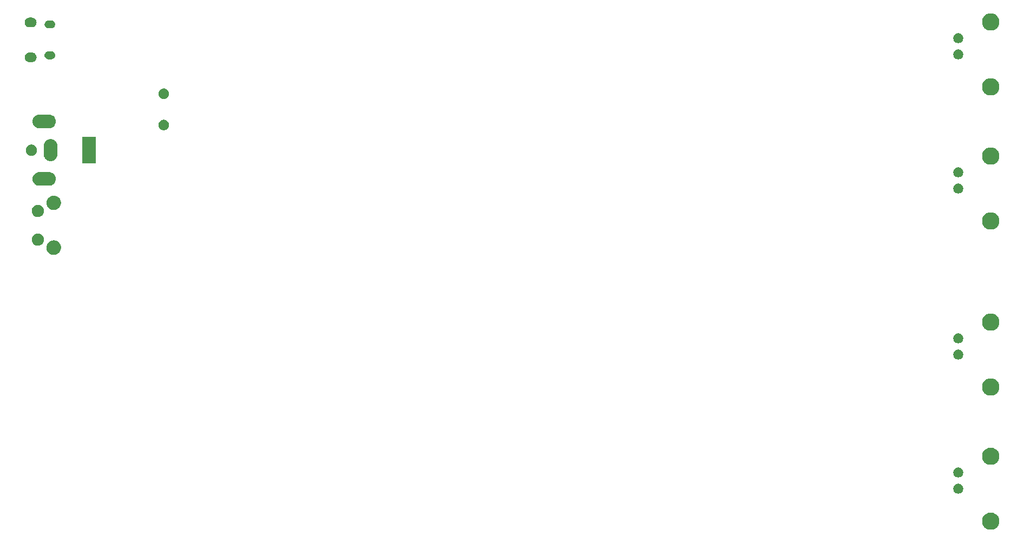
<source format=gbs>
%TF.GenerationSoftware,KiCad,Pcbnew,(5.1.0-0)*%
%TF.CreationDate,2019-08-26T10:00:45-05:00*%
%TF.ProjectId,impedance_777,696d7065-6461-46e6-9365-5f3737372e6b,1*%
%TF.SameCoordinates,Original*%
%TF.FileFunction,Soldermask,Bot*%
%TF.FilePolarity,Negative*%
%FSLAX46Y46*%
G04 Gerber Fmt 4.6, Leading zero omitted, Abs format (unit mm)*
G04 Created by KiCad (PCBNEW (5.1.0-0)) date 2019-08-26 10:00:45*
%MOMM*%
%LPD*%
G04 APERTURE LIST*
%ADD10C,0.100000*%
G04 APERTURE END LIST*
D10*
G36*
X215385978Y-144768289D02*
G01*
X215472672Y-144785533D01*
X215717665Y-144887013D01*
X215938153Y-145034338D01*
X216125662Y-145221847D01*
X216272987Y-145442335D01*
X216374467Y-145687328D01*
X216426200Y-145947411D01*
X216426200Y-146212589D01*
X216374467Y-146472672D01*
X216272987Y-146717665D01*
X216125662Y-146938153D01*
X215938153Y-147125662D01*
X215717665Y-147272987D01*
X215472672Y-147374467D01*
X215385978Y-147391711D01*
X215212591Y-147426200D01*
X214947409Y-147426200D01*
X214774022Y-147391711D01*
X214687328Y-147374467D01*
X214442335Y-147272987D01*
X214221847Y-147125662D01*
X214034338Y-146938153D01*
X213887013Y-146717665D01*
X213785533Y-146472672D01*
X213733800Y-146212589D01*
X213733800Y-145947411D01*
X213785533Y-145687328D01*
X213887013Y-145442335D01*
X214034338Y-145221847D01*
X214221847Y-145034338D01*
X214442335Y-144887013D01*
X214687328Y-144785533D01*
X214774022Y-144768289D01*
X214947409Y-144733800D01*
X215212591Y-144733800D01*
X215385978Y-144768289D01*
X215385978Y-144768289D01*
G37*
G36*
X210225970Y-140255071D02*
G01*
X210366959Y-140313470D01*
X210493840Y-140398249D01*
X210601751Y-140506160D01*
X210686530Y-140633041D01*
X210744929Y-140774030D01*
X210774700Y-140923697D01*
X210774700Y-141076303D01*
X210744929Y-141225970D01*
X210686530Y-141366959D01*
X210601751Y-141493840D01*
X210493840Y-141601751D01*
X210366959Y-141686530D01*
X210225970Y-141744929D01*
X210076303Y-141774700D01*
X209923697Y-141774700D01*
X209774030Y-141744929D01*
X209633041Y-141686530D01*
X209506160Y-141601751D01*
X209398249Y-141493840D01*
X209313470Y-141366959D01*
X209255071Y-141225970D01*
X209225300Y-141076303D01*
X209225300Y-140923697D01*
X209255071Y-140774030D01*
X209313470Y-140633041D01*
X209398249Y-140506160D01*
X209506160Y-140398249D01*
X209633041Y-140313470D01*
X209774030Y-140255071D01*
X209923697Y-140225300D01*
X210076303Y-140225300D01*
X210225970Y-140255071D01*
X210225970Y-140255071D01*
G37*
G36*
X210225970Y-137715071D02*
G01*
X210366959Y-137773470D01*
X210493840Y-137858249D01*
X210601751Y-137966160D01*
X210686530Y-138093041D01*
X210744929Y-138234030D01*
X210774700Y-138383697D01*
X210774700Y-138536303D01*
X210744929Y-138685970D01*
X210686530Y-138826959D01*
X210601751Y-138953840D01*
X210493840Y-139061751D01*
X210366959Y-139146530D01*
X210225970Y-139204929D01*
X210076303Y-139234700D01*
X209923697Y-139234700D01*
X209774030Y-139204929D01*
X209633041Y-139146530D01*
X209506160Y-139061751D01*
X209398249Y-138953840D01*
X209313470Y-138826959D01*
X209255071Y-138685970D01*
X209225300Y-138536303D01*
X209225300Y-138383697D01*
X209255071Y-138234030D01*
X209313470Y-138093041D01*
X209398249Y-137966160D01*
X209506160Y-137858249D01*
X209633041Y-137773470D01*
X209774030Y-137715071D01*
X209923697Y-137685300D01*
X210076303Y-137685300D01*
X210225970Y-137715071D01*
X210225970Y-137715071D01*
G37*
G36*
X215385978Y-134608289D02*
G01*
X215472672Y-134625533D01*
X215717665Y-134727013D01*
X215938153Y-134874338D01*
X216125662Y-135061847D01*
X216272987Y-135282335D01*
X216374467Y-135527328D01*
X216426200Y-135787411D01*
X216426200Y-136052589D01*
X216374467Y-136312672D01*
X216272987Y-136557665D01*
X216125662Y-136778153D01*
X215938153Y-136965662D01*
X215717665Y-137112987D01*
X215472672Y-137214467D01*
X215385978Y-137231711D01*
X215212591Y-137266200D01*
X214947409Y-137266200D01*
X214774022Y-137231711D01*
X214687328Y-137214467D01*
X214442335Y-137112987D01*
X214221847Y-136965662D01*
X214034338Y-136778153D01*
X213887013Y-136557665D01*
X213785533Y-136312672D01*
X213733800Y-136052589D01*
X213733800Y-135787411D01*
X213785533Y-135527328D01*
X213887013Y-135282335D01*
X214034338Y-135061847D01*
X214221847Y-134874338D01*
X214442335Y-134727013D01*
X214687328Y-134625533D01*
X214774022Y-134608289D01*
X214947409Y-134573800D01*
X215212591Y-134573800D01*
X215385978Y-134608289D01*
X215385978Y-134608289D01*
G37*
G36*
X215385978Y-123768289D02*
G01*
X215472672Y-123785533D01*
X215717665Y-123887013D01*
X215938153Y-124034338D01*
X216125662Y-124221847D01*
X216272987Y-124442335D01*
X216374467Y-124687328D01*
X216426200Y-124947411D01*
X216426200Y-125212589D01*
X216374467Y-125472672D01*
X216272987Y-125717665D01*
X216125662Y-125938153D01*
X215938153Y-126125662D01*
X215717665Y-126272987D01*
X215472672Y-126374467D01*
X215385978Y-126391711D01*
X215212591Y-126426200D01*
X214947409Y-126426200D01*
X214774022Y-126391711D01*
X214687328Y-126374467D01*
X214442335Y-126272987D01*
X214221847Y-126125662D01*
X214034338Y-125938153D01*
X213887013Y-125717665D01*
X213785533Y-125472672D01*
X213733800Y-125212589D01*
X213733800Y-124947411D01*
X213785533Y-124687328D01*
X213887013Y-124442335D01*
X214034338Y-124221847D01*
X214221847Y-124034338D01*
X214442335Y-123887013D01*
X214687328Y-123785533D01*
X214774022Y-123768289D01*
X214947409Y-123733800D01*
X215212591Y-123733800D01*
X215385978Y-123768289D01*
X215385978Y-123768289D01*
G37*
G36*
X210225970Y-119255071D02*
G01*
X210366959Y-119313470D01*
X210493840Y-119398249D01*
X210601751Y-119506160D01*
X210686530Y-119633041D01*
X210744929Y-119774030D01*
X210774700Y-119923697D01*
X210774700Y-120076303D01*
X210744929Y-120225970D01*
X210686530Y-120366959D01*
X210601751Y-120493840D01*
X210493840Y-120601751D01*
X210366959Y-120686530D01*
X210225970Y-120744929D01*
X210076303Y-120774700D01*
X209923697Y-120774700D01*
X209774030Y-120744929D01*
X209633041Y-120686530D01*
X209506160Y-120601751D01*
X209398249Y-120493840D01*
X209313470Y-120366959D01*
X209255071Y-120225970D01*
X209225300Y-120076303D01*
X209225300Y-119923697D01*
X209255071Y-119774030D01*
X209313470Y-119633041D01*
X209398249Y-119506160D01*
X209506160Y-119398249D01*
X209633041Y-119313470D01*
X209774030Y-119255071D01*
X209923697Y-119225300D01*
X210076303Y-119225300D01*
X210225970Y-119255071D01*
X210225970Y-119255071D01*
G37*
G36*
X210225970Y-116715071D02*
G01*
X210366959Y-116773470D01*
X210493840Y-116858249D01*
X210601751Y-116966160D01*
X210686530Y-117093041D01*
X210744929Y-117234030D01*
X210774700Y-117383697D01*
X210774700Y-117536303D01*
X210744929Y-117685970D01*
X210686530Y-117826959D01*
X210601751Y-117953840D01*
X210493840Y-118061751D01*
X210366959Y-118146530D01*
X210225970Y-118204929D01*
X210076303Y-118234700D01*
X209923697Y-118234700D01*
X209774030Y-118204929D01*
X209633041Y-118146530D01*
X209506160Y-118061751D01*
X209398249Y-117953840D01*
X209313470Y-117826959D01*
X209255071Y-117685970D01*
X209225300Y-117536303D01*
X209225300Y-117383697D01*
X209255071Y-117234030D01*
X209313470Y-117093041D01*
X209398249Y-116966160D01*
X209506160Y-116858249D01*
X209633041Y-116773470D01*
X209774030Y-116715071D01*
X209923697Y-116685300D01*
X210076303Y-116685300D01*
X210225970Y-116715071D01*
X210225970Y-116715071D01*
G37*
G36*
X215385978Y-113608289D02*
G01*
X215472672Y-113625533D01*
X215717665Y-113727013D01*
X215938153Y-113874338D01*
X216125662Y-114061847D01*
X216272987Y-114282335D01*
X216374467Y-114527328D01*
X216426200Y-114787411D01*
X216426200Y-115052589D01*
X216374467Y-115312672D01*
X216272987Y-115557665D01*
X216125662Y-115778153D01*
X215938153Y-115965662D01*
X215717665Y-116112987D01*
X215472672Y-116214467D01*
X215385978Y-116231711D01*
X215212591Y-116266200D01*
X214947409Y-116266200D01*
X214774022Y-116231711D01*
X214687328Y-116214467D01*
X214442335Y-116112987D01*
X214221847Y-115965662D01*
X214034338Y-115778153D01*
X213887013Y-115557665D01*
X213785533Y-115312672D01*
X213733800Y-115052589D01*
X213733800Y-114787411D01*
X213785533Y-114527328D01*
X213887013Y-114282335D01*
X214034338Y-114061847D01*
X214221847Y-113874338D01*
X214442335Y-113727013D01*
X214687328Y-113625533D01*
X214774022Y-113608289D01*
X214947409Y-113573800D01*
X215212591Y-113573800D01*
X215385978Y-113608289D01*
X215385978Y-113608289D01*
G37*
G36*
X68709710Y-102145439D02*
G01*
X68818500Y-102167079D01*
X68903395Y-102202244D01*
X69023455Y-102251974D01*
X69023456Y-102251975D01*
X69207911Y-102375223D01*
X69364777Y-102532089D01*
X69414399Y-102606354D01*
X69488026Y-102716545D01*
X69537756Y-102836605D01*
X69570082Y-102914645D01*
X69572921Y-102921501D01*
X69616200Y-103139078D01*
X69616200Y-103360922D01*
X69572921Y-103578499D01*
X69488026Y-103783455D01*
X69488025Y-103783456D01*
X69364777Y-103967911D01*
X69207911Y-104124777D01*
X69084662Y-104207129D01*
X69023455Y-104248026D01*
X68903395Y-104297756D01*
X68818500Y-104332921D01*
X68709711Y-104354560D01*
X68600922Y-104376200D01*
X68379078Y-104376200D01*
X68270290Y-104354561D01*
X68161500Y-104332921D01*
X68076605Y-104297756D01*
X67956545Y-104248026D01*
X67895338Y-104207129D01*
X67772089Y-104124777D01*
X67615223Y-103967911D01*
X67491975Y-103783456D01*
X67491974Y-103783455D01*
X67407079Y-103578499D01*
X67363800Y-103360922D01*
X67363800Y-103139078D01*
X67407079Y-102921501D01*
X67409919Y-102914645D01*
X67442244Y-102836605D01*
X67491974Y-102716545D01*
X67565601Y-102606354D01*
X67615223Y-102532089D01*
X67772089Y-102375223D01*
X67956544Y-102251975D01*
X67956545Y-102251974D01*
X68076605Y-102202244D01*
X68161500Y-102167079D01*
X68270289Y-102145440D01*
X68379078Y-102123800D01*
X68600922Y-102123800D01*
X68709710Y-102145439D01*
X68709710Y-102145439D01*
G37*
G36*
X66277454Y-101085354D02*
G01*
X66450560Y-101157057D01*
X66450562Y-101157058D01*
X66606354Y-101261155D01*
X66738845Y-101393646D01*
X66842943Y-101549440D01*
X66914646Y-101722546D01*
X66951200Y-101906314D01*
X66951200Y-102093686D01*
X66914646Y-102277454D01*
X66842943Y-102450560D01*
X66842942Y-102450562D01*
X66738845Y-102606354D01*
X66606354Y-102738845D01*
X66450562Y-102842942D01*
X66450561Y-102842943D01*
X66450560Y-102842943D01*
X66277454Y-102914646D01*
X66093686Y-102951200D01*
X65906314Y-102951200D01*
X65722546Y-102914646D01*
X65549440Y-102842943D01*
X65549439Y-102842943D01*
X65549438Y-102842942D01*
X65393646Y-102738845D01*
X65261155Y-102606354D01*
X65157058Y-102450562D01*
X65157057Y-102450560D01*
X65085354Y-102277454D01*
X65048800Y-102093686D01*
X65048800Y-101906314D01*
X65085354Y-101722546D01*
X65157057Y-101549440D01*
X65261155Y-101393646D01*
X65393646Y-101261155D01*
X65549438Y-101157058D01*
X65549440Y-101157057D01*
X65722546Y-101085354D01*
X65906314Y-101048800D01*
X66093686Y-101048800D01*
X66277454Y-101085354D01*
X66277454Y-101085354D01*
G37*
G36*
X215385978Y-97768289D02*
G01*
X215472672Y-97785533D01*
X215717665Y-97887013D01*
X215938153Y-98034338D01*
X216125662Y-98221847D01*
X216272987Y-98442335D01*
X216374467Y-98687328D01*
X216426200Y-98947411D01*
X216426200Y-99212589D01*
X216374467Y-99472672D01*
X216272987Y-99717665D01*
X216125662Y-99938153D01*
X215938153Y-100125662D01*
X215717665Y-100272987D01*
X215472672Y-100374467D01*
X215385978Y-100391711D01*
X215212591Y-100426200D01*
X214947409Y-100426200D01*
X214774022Y-100391711D01*
X214687328Y-100374467D01*
X214442335Y-100272987D01*
X214221847Y-100125662D01*
X214034338Y-99938153D01*
X213887013Y-99717665D01*
X213785533Y-99472672D01*
X213733800Y-99212589D01*
X213733800Y-98947411D01*
X213785533Y-98687328D01*
X213887013Y-98442335D01*
X214034338Y-98221847D01*
X214221847Y-98034338D01*
X214442335Y-97887013D01*
X214687328Y-97785533D01*
X214774022Y-97768289D01*
X214947409Y-97733800D01*
X215212591Y-97733800D01*
X215385978Y-97768289D01*
X215385978Y-97768289D01*
G37*
G36*
X66277454Y-96585354D02*
G01*
X66450560Y-96657057D01*
X66450562Y-96657058D01*
X66606354Y-96761155D01*
X66738845Y-96893646D01*
X66781786Y-96957911D01*
X66842943Y-97049440D01*
X66914646Y-97222546D01*
X66951200Y-97406314D01*
X66951200Y-97593686D01*
X66914646Y-97777454D01*
X66869265Y-97887012D01*
X66842942Y-97950562D01*
X66738845Y-98106354D01*
X66606354Y-98238845D01*
X66450562Y-98342942D01*
X66450561Y-98342943D01*
X66450560Y-98342943D01*
X66277454Y-98414646D01*
X66093686Y-98451200D01*
X65906314Y-98451200D01*
X65722546Y-98414646D01*
X65549440Y-98342943D01*
X65549439Y-98342943D01*
X65549438Y-98342942D01*
X65393646Y-98238845D01*
X65261155Y-98106354D01*
X65157058Y-97950562D01*
X65130735Y-97887012D01*
X65085354Y-97777454D01*
X65048800Y-97593686D01*
X65048800Y-97406314D01*
X65085354Y-97222546D01*
X65157057Y-97049440D01*
X65218215Y-96957911D01*
X65261155Y-96893646D01*
X65393646Y-96761155D01*
X65549438Y-96657058D01*
X65549440Y-96657057D01*
X65722546Y-96585354D01*
X65906314Y-96548800D01*
X66093686Y-96548800D01*
X66277454Y-96585354D01*
X66277454Y-96585354D01*
G37*
G36*
X68709710Y-95135439D02*
G01*
X68818500Y-95157079D01*
X68903395Y-95192244D01*
X69023455Y-95241974D01*
X69023456Y-95241975D01*
X69207911Y-95365223D01*
X69364777Y-95522089D01*
X69447129Y-95645338D01*
X69488026Y-95706545D01*
X69537756Y-95826605D01*
X69572921Y-95911500D01*
X69616200Y-96129079D01*
X69616200Y-96350921D01*
X69572921Y-96568500D01*
X69565939Y-96585355D01*
X69488026Y-96773455D01*
X69488025Y-96773456D01*
X69364777Y-96957911D01*
X69207911Y-97114777D01*
X69084662Y-97197129D01*
X69023455Y-97238026D01*
X68903395Y-97287756D01*
X68818500Y-97322921D01*
X68709711Y-97344560D01*
X68600922Y-97366200D01*
X68379078Y-97366200D01*
X68270290Y-97344561D01*
X68161500Y-97322921D01*
X68076605Y-97287756D01*
X67956545Y-97238026D01*
X67895338Y-97197129D01*
X67772089Y-97114777D01*
X67615223Y-96957911D01*
X67491975Y-96773456D01*
X67491974Y-96773455D01*
X67414061Y-96585355D01*
X67407079Y-96568500D01*
X67363800Y-96350921D01*
X67363800Y-96129079D01*
X67407079Y-95911500D01*
X67442244Y-95826605D01*
X67491974Y-95706545D01*
X67532871Y-95645338D01*
X67615223Y-95522089D01*
X67772089Y-95365223D01*
X67956544Y-95241975D01*
X67956545Y-95241974D01*
X68076605Y-95192244D01*
X68161500Y-95157079D01*
X68270290Y-95135439D01*
X68379078Y-95113800D01*
X68600922Y-95113800D01*
X68709710Y-95135439D01*
X68709710Y-95135439D01*
G37*
G36*
X210225970Y-93255071D02*
G01*
X210366959Y-93313470D01*
X210493840Y-93398249D01*
X210601751Y-93506160D01*
X210686530Y-93633041D01*
X210744929Y-93774030D01*
X210774700Y-93923697D01*
X210774700Y-94076303D01*
X210744929Y-94225970D01*
X210686530Y-94366959D01*
X210601751Y-94493840D01*
X210493840Y-94601751D01*
X210366959Y-94686530D01*
X210225970Y-94744929D01*
X210076303Y-94774700D01*
X209923697Y-94774700D01*
X209774030Y-94744929D01*
X209633041Y-94686530D01*
X209506160Y-94601751D01*
X209398249Y-94493840D01*
X209313470Y-94366959D01*
X209255071Y-94225970D01*
X209225300Y-94076303D01*
X209225300Y-93923697D01*
X209255071Y-93774030D01*
X209313470Y-93633041D01*
X209398249Y-93506160D01*
X209506160Y-93398249D01*
X209633041Y-93313470D01*
X209774030Y-93255071D01*
X209923697Y-93225300D01*
X210076303Y-93225300D01*
X210225970Y-93255071D01*
X210225970Y-93255071D01*
G37*
G36*
X67960970Y-91439371D02*
G01*
X68062404Y-91470141D01*
X68163837Y-91500910D01*
X68163839Y-91500911D01*
X68257318Y-91550877D01*
X68350798Y-91600843D01*
X68393486Y-91635876D01*
X68514671Y-91735329D01*
X68614124Y-91856514D01*
X68649157Y-91899202D01*
X68649158Y-91899204D01*
X68749089Y-92086161D01*
X68810629Y-92289030D01*
X68831407Y-92500000D01*
X68810629Y-92710970D01*
X68810628Y-92710972D01*
X68749090Y-92913837D01*
X68649157Y-93100798D01*
X68614124Y-93143486D01*
X68514671Y-93264671D01*
X68393486Y-93364124D01*
X68350798Y-93399157D01*
X68163837Y-93499090D01*
X68062405Y-93529859D01*
X67960970Y-93560629D01*
X67802871Y-93576200D01*
X66197129Y-93576200D01*
X66039030Y-93560629D01*
X65937595Y-93529859D01*
X65836163Y-93499090D01*
X65649202Y-93399157D01*
X65606514Y-93364124D01*
X65485329Y-93264671D01*
X65385876Y-93143486D01*
X65350843Y-93100798D01*
X65250910Y-92913837D01*
X65189372Y-92710972D01*
X65189371Y-92710970D01*
X65168593Y-92500000D01*
X65189371Y-92289030D01*
X65250911Y-92086161D01*
X65350842Y-91899204D01*
X65350843Y-91899202D01*
X65385876Y-91856514D01*
X65485329Y-91735329D01*
X65606514Y-91635876D01*
X65649202Y-91600843D01*
X65742682Y-91550877D01*
X65836161Y-91500911D01*
X65836163Y-91500910D01*
X65937596Y-91470141D01*
X66039030Y-91439371D01*
X66197129Y-91423800D01*
X67802871Y-91423800D01*
X67960970Y-91439371D01*
X67960970Y-91439371D01*
G37*
G36*
X210225970Y-90715071D02*
G01*
X210366959Y-90773470D01*
X210493840Y-90858249D01*
X210601751Y-90966160D01*
X210686530Y-91093041D01*
X210744929Y-91234030D01*
X210774700Y-91383697D01*
X210774700Y-91536303D01*
X210744929Y-91685970D01*
X210686530Y-91826959D01*
X210601751Y-91953840D01*
X210493840Y-92061751D01*
X210366959Y-92146530D01*
X210225970Y-92204929D01*
X210076303Y-92234700D01*
X209923697Y-92234700D01*
X209774030Y-92204929D01*
X209633041Y-92146530D01*
X209506160Y-92061751D01*
X209398249Y-91953840D01*
X209313470Y-91826959D01*
X209255071Y-91685970D01*
X209225300Y-91536303D01*
X209225300Y-91383697D01*
X209255071Y-91234030D01*
X209313470Y-91093041D01*
X209398249Y-90966160D01*
X209506160Y-90858249D01*
X209633041Y-90773470D01*
X209774030Y-90715071D01*
X209923697Y-90685300D01*
X210076303Y-90685300D01*
X210225970Y-90715071D01*
X210225970Y-90715071D01*
G37*
G36*
X215385978Y-87608289D02*
G01*
X215472672Y-87625533D01*
X215717665Y-87727013D01*
X215938153Y-87874338D01*
X216125662Y-88061847D01*
X216272987Y-88282335D01*
X216272988Y-88282337D01*
X216374467Y-88527329D01*
X216426200Y-88787409D01*
X216426200Y-89052591D01*
X216391711Y-89225978D01*
X216374467Y-89312672D01*
X216272987Y-89557665D01*
X216125662Y-89778153D01*
X215938153Y-89965662D01*
X215717665Y-90112987D01*
X215472672Y-90214467D01*
X215385978Y-90231711D01*
X215212591Y-90266200D01*
X214947409Y-90266200D01*
X214774022Y-90231711D01*
X214687328Y-90214467D01*
X214442335Y-90112987D01*
X214221847Y-89965662D01*
X214034338Y-89778153D01*
X213887013Y-89557665D01*
X213785533Y-89312672D01*
X213768289Y-89225978D01*
X213733800Y-89052591D01*
X213733800Y-88787409D01*
X213785533Y-88527329D01*
X213887012Y-88282337D01*
X213887013Y-88282335D01*
X214034338Y-88061847D01*
X214221847Y-87874338D01*
X214442335Y-87727013D01*
X214687328Y-87625533D01*
X214774022Y-87608289D01*
X214947409Y-87573800D01*
X215212591Y-87573800D01*
X215385978Y-87608289D01*
X215385978Y-87608289D01*
G37*
G36*
X75076200Y-90076200D02*
G01*
X72923800Y-90076200D01*
X72923800Y-85923800D01*
X75076200Y-85923800D01*
X75076200Y-90076200D01*
X75076200Y-90076200D01*
G37*
G36*
X68210970Y-86289371D02*
G01*
X68312404Y-86320141D01*
X68413837Y-86350910D01*
X68600798Y-86450843D01*
X68643486Y-86485876D01*
X68764671Y-86585329D01*
X68864124Y-86706514D01*
X68899157Y-86749202D01*
X68899158Y-86749204D01*
X68999089Y-86936161D01*
X69060629Y-87139030D01*
X69076200Y-87297129D01*
X69076200Y-88702871D01*
X69060629Y-88860970D01*
X69060628Y-88860972D01*
X68999090Y-89063837D01*
X68899157Y-89250798D01*
X68864124Y-89293486D01*
X68764671Y-89414671D01*
X68673781Y-89489261D01*
X68600798Y-89549157D01*
X68413836Y-89649090D01*
X68312403Y-89679859D01*
X68210969Y-89710629D01*
X68000000Y-89731407D01*
X67789030Y-89710629D01*
X67687596Y-89679859D01*
X67586163Y-89649090D01*
X67399202Y-89549157D01*
X67356514Y-89514124D01*
X67235329Y-89414671D01*
X67151621Y-89312671D01*
X67100843Y-89250798D01*
X67000910Y-89063836D01*
X66970141Y-88962403D01*
X66939371Y-88860969D01*
X66923800Y-88702870D01*
X66923800Y-87297129D01*
X66939371Y-87139030D01*
X67000910Y-86936163D01*
X67100844Y-86749202D01*
X67235330Y-86585329D01*
X67356515Y-86485876D01*
X67399203Y-86450843D01*
X67586164Y-86350910D01*
X67687597Y-86320141D01*
X67789031Y-86289371D01*
X68000000Y-86268593D01*
X68210970Y-86289371D01*
X68210970Y-86289371D01*
G37*
G36*
X65110387Y-87128591D02*
G01*
X65255578Y-87157471D01*
X65415037Y-87223521D01*
X65558545Y-87319411D01*
X65680589Y-87441455D01*
X65776479Y-87584963D01*
X65842529Y-87744422D01*
X65876200Y-87913702D01*
X65876200Y-88086298D01*
X65842529Y-88255578D01*
X65776479Y-88415037D01*
X65680589Y-88558545D01*
X65558545Y-88680589D01*
X65415037Y-88776479D01*
X65255578Y-88842529D01*
X65110387Y-88871409D01*
X65086299Y-88876200D01*
X64913701Y-88876200D01*
X64889613Y-88871409D01*
X64744422Y-88842529D01*
X64584963Y-88776479D01*
X64441455Y-88680589D01*
X64319411Y-88558545D01*
X64223521Y-88415037D01*
X64157471Y-88255578D01*
X64123800Y-88086298D01*
X64123800Y-87913702D01*
X64157471Y-87744422D01*
X64223521Y-87584963D01*
X64319411Y-87441455D01*
X64441455Y-87319411D01*
X64584963Y-87223521D01*
X64744422Y-87157471D01*
X64889613Y-87128591D01*
X64913701Y-87123800D01*
X65086299Y-87123800D01*
X65110387Y-87128591D01*
X65110387Y-87128591D01*
G37*
G36*
X85846636Y-83246491D02*
G01*
X85953049Y-83267658D01*
X86103408Y-83329939D01*
X86238727Y-83420356D01*
X86353807Y-83535436D01*
X86444224Y-83670755D01*
X86506505Y-83821114D01*
X86538255Y-83980734D01*
X86538255Y-84143482D01*
X86506505Y-84303102D01*
X86444224Y-84453461D01*
X86353807Y-84588780D01*
X86238727Y-84703860D01*
X86103408Y-84794277D01*
X85953049Y-84856558D01*
X85846636Y-84877725D01*
X85793430Y-84888308D01*
X85630680Y-84888308D01*
X85577474Y-84877725D01*
X85471061Y-84856558D01*
X85320702Y-84794277D01*
X85185383Y-84703860D01*
X85070303Y-84588780D01*
X84979886Y-84453461D01*
X84917605Y-84303102D01*
X84885855Y-84143482D01*
X84885855Y-83980734D01*
X84917605Y-83821114D01*
X84979886Y-83670755D01*
X85070303Y-83535436D01*
X85185383Y-83420356D01*
X85320702Y-83329939D01*
X85471061Y-83267658D01*
X85577474Y-83246491D01*
X85630680Y-83235908D01*
X85793430Y-83235908D01*
X85846636Y-83246491D01*
X85846636Y-83246491D01*
G37*
G36*
X67960970Y-82439371D02*
G01*
X68062405Y-82470141D01*
X68163837Y-82500910D01*
X68350798Y-82600843D01*
X68393486Y-82635876D01*
X68514671Y-82735329D01*
X68614124Y-82856514D01*
X68649157Y-82899202D01*
X68649158Y-82899204D01*
X68749089Y-83086161D01*
X68810629Y-83289030D01*
X68831407Y-83500000D01*
X68810629Y-83710970D01*
X68810628Y-83710972D01*
X68749090Y-83913837D01*
X68649157Y-84100798D01*
X68614127Y-84143482D01*
X68514671Y-84264671D01*
X68393486Y-84364124D01*
X68350798Y-84399157D01*
X68163837Y-84499090D01*
X68062404Y-84529859D01*
X67960970Y-84560629D01*
X67802871Y-84576200D01*
X66197129Y-84576200D01*
X66039030Y-84560629D01*
X65937596Y-84529859D01*
X65836163Y-84499090D01*
X65649202Y-84399157D01*
X65606514Y-84364124D01*
X65485329Y-84264671D01*
X65385873Y-84143482D01*
X65350843Y-84100798D01*
X65250910Y-83913837D01*
X65189372Y-83710972D01*
X65189371Y-83710970D01*
X65168593Y-83500000D01*
X65189371Y-83289030D01*
X65250911Y-83086161D01*
X65350842Y-82899204D01*
X65350843Y-82899202D01*
X65385876Y-82856514D01*
X65485329Y-82735329D01*
X65606514Y-82635876D01*
X65649202Y-82600843D01*
X65836163Y-82500910D01*
X65937595Y-82470141D01*
X66039030Y-82439371D01*
X66197129Y-82423800D01*
X67802871Y-82423800D01*
X67960970Y-82439371D01*
X67960970Y-82439371D01*
G37*
G36*
X85846636Y-78346491D02*
G01*
X85953049Y-78367658D01*
X86103408Y-78429939D01*
X86238727Y-78520356D01*
X86353807Y-78635436D01*
X86444224Y-78770755D01*
X86506505Y-78921114D01*
X86538255Y-79080734D01*
X86538255Y-79243482D01*
X86506505Y-79403102D01*
X86444224Y-79553461D01*
X86353807Y-79688780D01*
X86238727Y-79803860D01*
X86103408Y-79894277D01*
X85953049Y-79956558D01*
X85846636Y-79977725D01*
X85793430Y-79988308D01*
X85630680Y-79988308D01*
X85577474Y-79977725D01*
X85471061Y-79956558D01*
X85320702Y-79894277D01*
X85185383Y-79803860D01*
X85070303Y-79688780D01*
X84979886Y-79553461D01*
X84917605Y-79403102D01*
X84885855Y-79243482D01*
X84885855Y-79080734D01*
X84917605Y-78921114D01*
X84979886Y-78770755D01*
X85070303Y-78635436D01*
X85185383Y-78520356D01*
X85320702Y-78429939D01*
X85471061Y-78367658D01*
X85577474Y-78346491D01*
X85630680Y-78335908D01*
X85793430Y-78335908D01*
X85846636Y-78346491D01*
X85846636Y-78346491D01*
G37*
G36*
X215385978Y-76768289D02*
G01*
X215472672Y-76785533D01*
X215717665Y-76887013D01*
X215938153Y-77034338D01*
X216125662Y-77221847D01*
X216272987Y-77442335D01*
X216374467Y-77687328D01*
X216426200Y-77947411D01*
X216426200Y-78212589D01*
X216374467Y-78472672D01*
X216272987Y-78717665D01*
X216125662Y-78938153D01*
X215938153Y-79125662D01*
X215717665Y-79272987D01*
X215472672Y-79374467D01*
X215385978Y-79391711D01*
X215212591Y-79426200D01*
X214947409Y-79426200D01*
X214774022Y-79391711D01*
X214687328Y-79374467D01*
X214442335Y-79272987D01*
X214221847Y-79125662D01*
X214034338Y-78938153D01*
X213887013Y-78717665D01*
X213785533Y-78472672D01*
X213733800Y-78212589D01*
X213733800Y-77947411D01*
X213785533Y-77687328D01*
X213887013Y-77442335D01*
X214034338Y-77221847D01*
X214221847Y-77034338D01*
X214442335Y-76887013D01*
X214687328Y-76785533D01*
X214774022Y-76768289D01*
X214947409Y-76733800D01*
X215212591Y-76733800D01*
X215385978Y-76768289D01*
X215385978Y-76768289D01*
G37*
G36*
X65207259Y-72714669D02*
G01*
X65348863Y-72757624D01*
X65379552Y-72774028D01*
X65479363Y-72827378D01*
X65479365Y-72827379D01*
X65479364Y-72827379D01*
X65593749Y-72921251D01*
X65687621Y-73035636D01*
X65757376Y-73166137D01*
X65800331Y-73307741D01*
X65814834Y-73455000D01*
X65800331Y-73602259D01*
X65757376Y-73743863D01*
X65687621Y-73874364D01*
X65593749Y-73988749D01*
X65489619Y-74074205D01*
X65479363Y-74082622D01*
X65418617Y-74115091D01*
X65348863Y-74152376D01*
X65207259Y-74195331D01*
X65096900Y-74206200D01*
X64673100Y-74206200D01*
X64562741Y-74195331D01*
X64421137Y-74152376D01*
X64351383Y-74115091D01*
X64290637Y-74082622D01*
X64280381Y-74074205D01*
X64176251Y-73988749D01*
X64082379Y-73874364D01*
X64012624Y-73743863D01*
X63969669Y-73602259D01*
X63955166Y-73455000D01*
X63969669Y-73307741D01*
X64012624Y-73166137D01*
X64082379Y-73035636D01*
X64176251Y-72921251D01*
X64290636Y-72827379D01*
X64290635Y-72827379D01*
X64290637Y-72827378D01*
X64390448Y-72774028D01*
X64421137Y-72757624D01*
X64562741Y-72714669D01*
X64673100Y-72703800D01*
X65096900Y-72703800D01*
X65207259Y-72714669D01*
X65207259Y-72714669D01*
G37*
G36*
X210225970Y-72255071D02*
G01*
X210366959Y-72313470D01*
X210493840Y-72398249D01*
X210601751Y-72506160D01*
X210686530Y-72633041D01*
X210744929Y-72774030D01*
X210774700Y-72923697D01*
X210774700Y-73076303D01*
X210744929Y-73225970D01*
X210686530Y-73366959D01*
X210601751Y-73493840D01*
X210493840Y-73601751D01*
X210366959Y-73686530D01*
X210225970Y-73744929D01*
X210076303Y-73774700D01*
X209923697Y-73774700D01*
X209774030Y-73744929D01*
X209633041Y-73686530D01*
X209506160Y-73601751D01*
X209398249Y-73493840D01*
X209313470Y-73366959D01*
X209255071Y-73225970D01*
X209225300Y-73076303D01*
X209225300Y-72923697D01*
X209255071Y-72774030D01*
X209313470Y-72633041D01*
X209398249Y-72506160D01*
X209506160Y-72398249D01*
X209633041Y-72313470D01*
X209774030Y-72255071D01*
X209923697Y-72225300D01*
X210076303Y-72225300D01*
X210225970Y-72255071D01*
X210225970Y-72255071D01*
G37*
G36*
X68161756Y-72523331D02*
G01*
X68207756Y-72527861D01*
X68325796Y-72563668D01*
X68325799Y-72563669D01*
X68434580Y-72621814D01*
X68529933Y-72700067D01*
X68608186Y-72795420D01*
X68666331Y-72904201D01*
X68666332Y-72904204D01*
X68702139Y-73022244D01*
X68714229Y-73145000D01*
X68702139Y-73267756D01*
X68672046Y-73366958D01*
X68666331Y-73385799D01*
X68608186Y-73494580D01*
X68529933Y-73589933D01*
X68434580Y-73668186D01*
X68325799Y-73726331D01*
X68325796Y-73726332D01*
X68207756Y-73762139D01*
X68161755Y-73766670D01*
X68115756Y-73771200D01*
X67654244Y-73771200D01*
X67608245Y-73766670D01*
X67562244Y-73762139D01*
X67444204Y-73726332D01*
X67444201Y-73726331D01*
X67335420Y-73668186D01*
X67240067Y-73589933D01*
X67161814Y-73494580D01*
X67103669Y-73385799D01*
X67097954Y-73366958D01*
X67067861Y-73267756D01*
X67055771Y-73145000D01*
X67067861Y-73022244D01*
X67103668Y-72904204D01*
X67103669Y-72904201D01*
X67161814Y-72795420D01*
X67240067Y-72700067D01*
X67335420Y-72621814D01*
X67444201Y-72563669D01*
X67444204Y-72563668D01*
X67562244Y-72527861D01*
X67608244Y-72523331D01*
X67654244Y-72518800D01*
X68115756Y-72518800D01*
X68161756Y-72523331D01*
X68161756Y-72523331D01*
G37*
G36*
X210225970Y-69715071D02*
G01*
X210366959Y-69773470D01*
X210493840Y-69858249D01*
X210601751Y-69966160D01*
X210686530Y-70093041D01*
X210744929Y-70234030D01*
X210774700Y-70383697D01*
X210774700Y-70536303D01*
X210744929Y-70685970D01*
X210686530Y-70826959D01*
X210601751Y-70953840D01*
X210493840Y-71061751D01*
X210366959Y-71146530D01*
X210225970Y-71204929D01*
X210076303Y-71234700D01*
X209923697Y-71234700D01*
X209774030Y-71204929D01*
X209633041Y-71146530D01*
X209506160Y-71061751D01*
X209398249Y-70953840D01*
X209313470Y-70826959D01*
X209255071Y-70685970D01*
X209225300Y-70536303D01*
X209225300Y-70383697D01*
X209255071Y-70234030D01*
X209313470Y-70093041D01*
X209398249Y-69966160D01*
X209506160Y-69858249D01*
X209633041Y-69773470D01*
X209774030Y-69715071D01*
X209923697Y-69685300D01*
X210076303Y-69685300D01*
X210225970Y-69715071D01*
X210225970Y-69715071D01*
G37*
G36*
X215385978Y-66608289D02*
G01*
X215472672Y-66625533D01*
X215717665Y-66727013D01*
X215938153Y-66874338D01*
X216125662Y-67061847D01*
X216254501Y-67254669D01*
X216272988Y-67282337D01*
X216374467Y-67527329D01*
X216426200Y-67787409D01*
X216426200Y-68052591D01*
X216400410Y-68182244D01*
X216374467Y-68312672D01*
X216326798Y-68427755D01*
X216284965Y-68528749D01*
X216272987Y-68557665D01*
X216125662Y-68778153D01*
X215938153Y-68965662D01*
X215717665Y-69112987D01*
X215472672Y-69214467D01*
X215385978Y-69231711D01*
X215212591Y-69266200D01*
X214947409Y-69266200D01*
X214774022Y-69231711D01*
X214687328Y-69214467D01*
X214442335Y-69112987D01*
X214221847Y-68965662D01*
X214034338Y-68778153D01*
X213887013Y-68557665D01*
X213875036Y-68528749D01*
X213833202Y-68427755D01*
X213785533Y-68312672D01*
X213759590Y-68182244D01*
X213733800Y-68052591D01*
X213733800Y-67787409D01*
X213785533Y-67527329D01*
X213887012Y-67282337D01*
X213905499Y-67254669D01*
X214034338Y-67061847D01*
X214221847Y-66874338D01*
X214442335Y-66727013D01*
X214687328Y-66625533D01*
X214774022Y-66608289D01*
X214947409Y-66573800D01*
X215212591Y-66573800D01*
X215385978Y-66608289D01*
X215385978Y-66608289D01*
G37*
G36*
X68161756Y-67683331D02*
G01*
X68207756Y-67687861D01*
X68268007Y-67706138D01*
X68325799Y-67723669D01*
X68434580Y-67781814D01*
X68529933Y-67860067D01*
X68608186Y-67955420D01*
X68666331Y-68064201D01*
X68666332Y-68064204D01*
X68690010Y-68142259D01*
X68702139Y-68182245D01*
X68714229Y-68305000D01*
X68702139Y-68427755D01*
X68666331Y-68545799D01*
X68608186Y-68654580D01*
X68529933Y-68749933D01*
X68434580Y-68828186D01*
X68325799Y-68886331D01*
X68325796Y-68886332D01*
X68207756Y-68922139D01*
X68161756Y-68926669D01*
X68115756Y-68931200D01*
X67654244Y-68931200D01*
X67608244Y-68926669D01*
X67562244Y-68922139D01*
X67444204Y-68886332D01*
X67444201Y-68886331D01*
X67335420Y-68828186D01*
X67240067Y-68749933D01*
X67161814Y-68654580D01*
X67103669Y-68545799D01*
X67067861Y-68427755D01*
X67055771Y-68305000D01*
X67067861Y-68182245D01*
X67079991Y-68142259D01*
X67103668Y-68064204D01*
X67103669Y-68064201D01*
X67161814Y-67955420D01*
X67240067Y-67860067D01*
X67335420Y-67781814D01*
X67444201Y-67723669D01*
X67501993Y-67706138D01*
X67562244Y-67687861D01*
X67608244Y-67683331D01*
X67654244Y-67678800D01*
X68115756Y-67678800D01*
X68161756Y-67683331D01*
X68161756Y-67683331D01*
G37*
G36*
X65207259Y-67254669D02*
G01*
X65348863Y-67297624D01*
X65418617Y-67334909D01*
X65479363Y-67367378D01*
X65479365Y-67367379D01*
X65479364Y-67367379D01*
X65593749Y-67461251D01*
X65687621Y-67575636D01*
X65757376Y-67706137D01*
X65800331Y-67847741D01*
X65814834Y-67995000D01*
X65800331Y-68142259D01*
X65757376Y-68283863D01*
X65687621Y-68414364D01*
X65593749Y-68528749D01*
X65489619Y-68614205D01*
X65479363Y-68622622D01*
X65419574Y-68654580D01*
X65348863Y-68692376D01*
X65207259Y-68735331D01*
X65096900Y-68746200D01*
X64673100Y-68746200D01*
X64562741Y-68735331D01*
X64421137Y-68692376D01*
X64350426Y-68654580D01*
X64290637Y-68622622D01*
X64280381Y-68614205D01*
X64176251Y-68528749D01*
X64082379Y-68414364D01*
X64012624Y-68283863D01*
X63969669Y-68142259D01*
X63955166Y-67995000D01*
X63969669Y-67847741D01*
X64012624Y-67706137D01*
X64082379Y-67575636D01*
X64176251Y-67461251D01*
X64290636Y-67367379D01*
X64290635Y-67367379D01*
X64290637Y-67367378D01*
X64351383Y-67334909D01*
X64421137Y-67297624D01*
X64562741Y-67254669D01*
X64673100Y-67243800D01*
X65096900Y-67243800D01*
X65207259Y-67254669D01*
X65207259Y-67254669D01*
G37*
M02*

</source>
